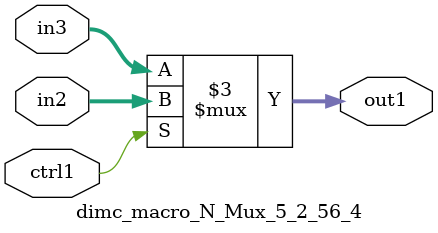
<source format=v>

`timescale 1ps / 1ps


module dimc_macro_N_Mux_5_2_56_4( in3, in2, ctrl1, out1 );

    input [4:0] in3;
    input [4:0] in2;
    input ctrl1;
    output [4:0] out1;
    reg [4:0] out1;

    
    // rtl_process:dimc_macro_N_Mux_5_2_56_4/dimc_macro_N_Mux_5_2_56_4_thread_1
    always @*
      begin : dimc_macro_N_Mux_5_2_56_4_thread_1
        case (ctrl1) 
          1'b1: 
            begin
              out1 = in2;
            end
          default: 
            begin
              out1 = in3;
            end
        endcase
      end

endmodule



</source>
